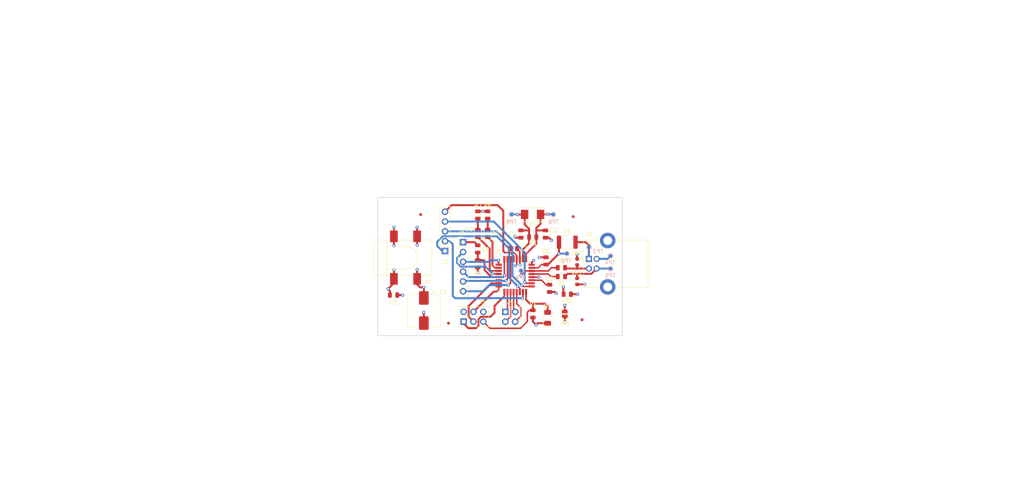
<source format=kicad_pcb>
(kicad_pcb (version 20241229) (generator "pcbnew") (generator_version "9.0")
  (title_block (date "2024-04-13") (rev "${REVISION}") (company "${COMPANY}"))
  (layers (0 "F.Cu" signal "L1 (Sig, PWR)") (4 "In1.Cu" power "L2 (GND)") (6 "In2.Cu" signal "L3 (Sig, PWR)") (8 "In3.Cu" signal "L4 (Sig, PWR)") (10 "In4.Cu" power "L5 (GND)") (2 "B.Cu" signal "L6 (Sig, PWR)") (13 "F.Paste" user) (15 "B.Paste" user) (5 "F.SilkS" user "F.Silkscreen") (7 "B.SilkS" user "B.Silkscreen") (1 "F.Mask" user) (3 "B.Mask" user) (25 "Edge.Cuts" user))
  (net 0 "")
  (net 1 "GND")
  (net 2 "/RESET2")
  (net 3 "Net-(D2-A)")
  (net 4 "/RXLED")
  (net 5 "Net-(D3-A)")
  (net 6 "/TXLED")
  (net 7 "Net-(J2-VBUS)")
  (net 8 "Net-(J2-Shield)")
  (net 9 "+5V")
  (net 10 "Net-(U1-XTAL1)")
  (net 11 "Net-(J2-D+)")
  (net 12 "Net-(J2-D-)")
  (net 13 "Net-(U1-PC0{slash}XTAL2)")
  (net 14 "Earth")
  (net 15 "Net-(U1-UCAP)")
  (net 16 "VBUS")
  (net 17 "Net-(J6-Pin_1)")
  (net 18 "/DTR")
  (net 19 "Net-(J3-Pin_4)")
  (net 20 "Net-(J3-Pin_3)")
  (net 21 "Net-(J3-Pin_2)")
  (net 22 "Net-(J3-Pin_1)")
  (net 23 "Net-(J3-Pin_5)")
  (net 24 "Net-(J4-Pin_2)")
  (net 25 "Net-(J4-Pin_1)")
  (net 26 "Net-(J4-Pin_4)")
  (net 27 "Net-(J4-Pin_3)")
  (net 28 "/MOSI2")
  (net 29 "/SCK2")
  (net 30 "/MISO2")
  (net 31 "Net-(J6-Pin_3)")
  (net 32 "Net-(J6-Pin_5)")
  (net 33 "Net-(J6-Pin_6)")
  (net 34 "Net-(J6-Pin_4)")
  (net 35 "Net-(J6-Pin_2)")
  (net 36 "Net-(U1-D+)")
  (net 37 "Net-(U1-D-)")
  (footprint "Capacitor_SMD:C_0805_2012Metric" (layer "F.Cu") (at 157.7956 94.8488 -90)
    (property "Reference" "C5")
    (property "Value" "1uF")
  )
  (footprint "Connector_BarrelJack:BarrelJack_CLIFF_FC681465S_SMT_Horizontal" (layer "F.Cu") (at 120.5736 86.8948)
    (property "Reference" "J1")
    (property "Value" "Barrel_Jack_Switch")
  )
  (footprint "Connector_PinHeader_2.54mm:PinHeader_1x05_P2.54mm_Vertical" (layer "F.Cu") (at 130.7736 85.1948 180)
    (property "Reference" "J3")
    (property "Value" "P1")
  )
  (footprint "Connector_PinHeader_2.54mm:PinHeader_1x06_P2.54mm_Vertical" (layer "F.Cu") (at 135.4436 82.9108)
    (property "Reference" "J6")
    (property "Value" "P2")
  )
  (footprint "Resistor_SMD:R_0603_1608Metric" (layer "F.Cu") (at 164.9076 88.0162 90)
    (property "Reference" "VR2")
    (property "Value" "CG0603MLC-05E")
  )
  (footprint "Connector_USB:USB_B_Lumberg_2411_02_Horizontal" (layer "F.Cu") (at 167.9556 87.2288)
    (property "Reference" "J2")
    (property "Value" "USB_B")
  )
  (footprint "Capacitor_SMD:C_0805_2012Metric" (layer "F.Cu") (at 139.2282 84.6634 90)
    (property "Reference" "C8")
    (property "Value" "100nF")
  )
  (footprint "Capacitor_SMD:C_0805_2012Metric" (layer "F.Cu") (at 117.4736 96.5948)
    (property "Reference" "C2")
    (property "Value" "100nF")
  )
  (footprint "Resistor_SMD:R_0805_2012Metric" (layer "F.Cu") (at 160.8436 91.8008)
    (property "Reference" "R1")
    (property "Value" "22R")
  )
  (footprint "Resistor_SMD:R_0805_2012Metric" (layer "F.Cu") (at 162.3676 96.3728 180)
    (property "Reference" "FB1")
    (property "Value" "BLM21PG221SN1D")
  )
  (footprint "Resistor_SMD:R_0805_2012Metric" (layer "F.Cu") (at 160.8436 89.5148)
    (property "Reference" "R2")
    (property "Value" "22R")
  )
  (footprint "Fiducial:Fiducial_0.75mm_Mask1.5mm" (layer "F.Cu") (at 124.4708 75.7734)
    (property "Reference" "FID3" (hide yes))
    (property "Value" "Fiducial")
  )
  (footprint "MountingHole:MountingHole_2.7mm_M2.5" (layer "F.Cu") (at 171.4736 75.1948)
    (property "Reference" "H4" (hide yes))
    (property "Value" "MountingHole")
  )
  (footprint "LED_SMD:LED_0805_2012Metric" (layer "F.Cu") (at 139.2536 80.6448 90)
    (property "Reference" "D3")
    (property "Value" "LED")
  )
  (footprint "Fiducial:Fiducial_0.75mm_Mask1.5mm" (layer "F.Cu") (at 166.1776 102.9768)
    (property "Reference" "FID2" (hide yes))
    (property "Value" "Fiducial")
  )
  (footprint "MountingHole:MountingHole_2.7mm_M2.5" (layer "F.Cu") (at 117.4736 102.6948)
    (property "Reference" "H2" (hide yes))
    (property "Value" "MountingHole")
  )
  (footprint "Capacitor_SMD:C_0805_2012Metric" (layer "F.Cu") (at 148.4484 84.5618)
    (property "Reference" "C7")
    (property "Value" "100nF")
  )
  (footprint "Resistor_SMD:R_0603_1608Metric" (layer "F.Cu") (at 164.9076 93.0453 -90)
    (property "Reference" "VR1")
    (property "Value" "CG0603MLC-05E")
  )
  (footprint "Jumper:SolderJumper-2_P1.3mm_Open_RoundedPad1.0x1.5mm" (layer "F.Cu") (at 161.7326 101.4782 -90)
    (property "Reference" "JP1")
    (property "Value" "SolderJumper_2_Open")
  )
  (footprint "Diode_SMD:D_1206_3216Metric" (layer "F.Cu") (at 157.2876 102.4688 90)
    (property "Reference" "D1")
    (property "Value" "CD1206-S01575")
  )
  (footprint "Resistor_SMD:R_0805_2012Metric" (layer "F.Cu") (at 153.4776 101.4528 90)
    (property "Reference" "R4")
    (property "Value" "10K")
  )
  (footprint "Capacitor_SMD:C_0805_2012Metric" (layer "F.Cu") (at 156.7336 80.8108 -90)
    (property "Reference" "C3")
    (property "Value" "22pF")
  )
  (footprint "MountingHole:MountingHole_2.7mm_M2.5" (layer "F.Cu") (at 117.4736 75.1948)
    (property "Reference" "H3" (hide yes))
    (property "Value" "MountingHole")
  )
  (footprint "Connector_PinHeader_2.54mm:PinHeader_2x03_P2.54mm_Vertical" (layer "F.Cu") (at 135.596 103.4594 90)
    (property "Reference" "J5")
    (property "Value" "ICSP1")
  )
  (footprint "Resistor_SMD:R_0805_2012Metric" (layer "F.Cu") (at 153.4316 81.5728 180)
    (property "Reference" "R3")
    (property "Value" "1M")
  )
  (footprint "Resistor_SMD:R_1812_4532Metric" (layer "F.Cu") (at 162.3676 82.9108)
    (property "Reference" "F1")
    (property "Value" "MF-MSMF050-2")
  )
  (footprint "MountingHole:MountingHole_2.7mm_M2.5" (layer "F.Cu") (at 171.4736 102.6948)
    (property "Reference" "H1" (hide yes))
    (property "Value" "MountingHole")
  )
  (footprint "Connector_PinHeader_2.54mm:PinHeader_2x02_P2.54mm_Vertical" (layer "F.Cu") (at 146.3656 100.9448)
    (property "Reference" "J4")
    (property "Value" "2x2M")
  )
  (footprint "Resistor_SMD:R_0805_2012Metric" (layer "F.Cu") (at 139.2282 88.4988 -90)
    (property "Reference" "R5")
    (property "Value" "1K")
  )
  (footprint "LED_SMD:LED_0805_2012Metric" (layer "F.Cu") (at 141.7936 80.6448 90)
    (property "Reference" "D2")
    (property "Value" "LED")
  )
  (footprint "Resistor_SMD:R_0805_2012Metric" (layer "F.Cu") (at 141.7936 75.8696 -90)
    (property "Reference" "R6")
    (property "Value" "1K")
  )
  (footprint "Crystal:Crystal_SMD_Abracon_ABM3-2Pin_5.0x3.2mm" (layer "F.Cu") (at 153.4014 75.7226 180)
    (property "Reference" "Y1")
    (property "Value" "16MHz")
  )
  (footprint "Resistor_SMD:R_0805_2012Metric" (layer "F.Cu") (at 139.2536 75.8696 -90)
    (property "Reference" "R7")
    (property "Value" "1K")
  )
  (footprint "Package_QFP:TQFP-32_7x7mm_P0.8mm" (layer "F.Cu") (at 148.9056 91.5468 -90)
    (property "Reference" "U1")
    (property "Value" "ATmega8U2-AU")
  )
  (footprint "Capacitor_SMD:CP_Elec_8x10" (layer "F.Cu") (at 125.309 100.5892 -90)
    (property "Reference" "C1")
    (property "Value" "47uF")
  )
  (footprint "Capacitor_SMD:C_0805_2012Metric" (layer "F.Cu") (at 150.3836 80.8108 -90)
    (property "Reference" "C4")
    (property "Value" "22pF")
  )
  (footprint "Fiducial:Fiducial_0.75mm_Mask1.5mm" (layer "F.Cu") (at 163.8916 76.3068)
    (property "Reference" "FID1" (hide yes))
    (property "Value" "Fiducial")
  )
  (footprint "Capacitor_SMD:C_0805_2012Metric" (layer "F.Cu") (at 156.8558 87.7622 90)
    (property "Reference" "C6")
    (property "Value" "100nF")
  )
  (footprint "Fiducial:Fiducial_0.75mm_Mask1.5mm" (layer "F.Cu") (at 131.6844 103.8658)
    (property "Reference" "FID4" (hide yes))
    (property "Value" "Fiducial")
  )
  (footprint "TestPoint:TestPoint_Pad_D1.0mm" (layer "B.Cu") (at 167.9556 84.1808)
    (property "Reference" "TP3")
    (property "Value" "TestPoint")
  )
  (footprint "TestPoint:TestPoint_Pad_D1.0mm" (layer "B.Cu") (at 162.266 85.8572)
    (property "Reference" "TP2")
    (property "Value" "TestPoint")
  )
  (footprint "TestPoint:TestPoint_Pad_D1.0mm" (layer "B.Cu") (at 158.7608 75.748)
    (property "Reference" "TP6")
    (property "Value" "TestPoint")
  )
  (footprint "TestPoint:TestPoint_Pad_D1.0mm" (layer "B.Cu") (at 173.5436 89.7688)
    (property "Reference" "TP5")
    (property "Value" "TestPoint")
  )
  (footprint "TestPoint:TestPoint_Pad_D1.0mm" (layer "B.Cu") (at 147.9658 75.7226)
    (property "Reference" "TP8")
    (property "Value" "TestPoint")
  )
  (footprint "TestPoint:TestPoint_Pad_D1.0mm" (layer "B.Cu") (at 150.4296 90.2768)
    (property "Reference" "TP9")
    (property "Value" "TestPoint")
  )
  (footprint "TestPoint:TestPoint_Pad_D1.0mm" (layer "B.Cu") (at 173.5436 86.4668)
    (property "Reference" "TP4")
    (property "Value" "TestPoint")
  )
  (gr_rect (start 113.39 71.33) (end 176.59 107.09) (stroke (width 0.15)) (fill no) (layer "Edge.Cuts"))
  (segment (start 118.4111 96.5948) (end 119.816 96.5948) (width 0.508) (layer "F.Cu") (net 1))
  (segment (start 117.5736 79.0384) (end 117.5874 79.0246) (width 0.508) (layer "F.Cu") (net 1))
  (segment (start 123.5736 81.3948) (end 123.5736 83.6392) (width 0.508) (layer "F.Cu") (net 1))
  (segment (start 150.1056 85.2815) (end 149.3859 84.5618) (width 0.381) (layer "F.Cu") (net 1))
  (segment (start 123.5736 81.3948) (end 123.5736 79.0926) (width 0.508) (layer "F.Cu") (net 1))
  (segment (start 117.5736 83.8136) (end 117.562 83.8252) (width 0.508) (layer "F.Cu") (net 1))
  (segment (start 139.2282 90.6832) (end 139.3044 90.7594) (width 0.508) (layer "F.Cu") (net 1))
  (segment (start 150.1056 87.2968) (end 150.1056 85.2815) (width 0.381) (layer "F.Cu") (net 1))
  (segment (start 149.0893 81.7483) (end 148.8294 81.4884) (width 0.508) (layer "F.Cu") (net 1))
  (segment (start 156.7336 81.7483) (end 157.5983 81.7483) (width 0.508) (layer "F.Cu") (net 1))
  (segment (start 150.3836 81.7483) (end 149.0893 81.7483) (width 0.508) (layer "F.Cu") (net 1))
  (segment (start 125.309 103.8392) (end 125.309 101.0718) (width 0.508) (layer "F.Cu") (net 1))
  (segment (start 157.5983 81.7483) (end 158.3036 82.4536) (width 0.508) (layer "F.Cu") (net 1))
  (segment (start 123.5736 79.0926) (end 123.5564 79.0754) (width 0.508) (layer "F.Cu") (net 1))
  (segment (start 150.1056 87.2968) (end 150.1056 88.7082) (width 0.381) (layer "F.Cu") (net 1))
  (segment (start 117.5736 81.3948) (end 117.5736 79.0384) (width 0.508) (layer "F.Cu") (net 1))
  (segment (start 125.309 101.0718) (end 125.2836 101.0464) (width 0.508) (layer "F.Cu") (net 1))
  (segment (start 150.1056 88.7082) (end 150.1502 88.7528) (width 0.381) (layer "F.Cu") (net 1))
  (segment (start 161.7326 102.1282) (end 161.7326 103.6372) (width 0.508) (layer "F.Cu") (net 1))
  (segment (start 119.816 96.5948) (end 119.8226 96.6014) (width 0.508) (layer "F.Cu") (net 1))
  (segment (start 139.2282 89.4363) (end 139.2282 90.6832) (width 0.508) (layer "F.Cu") (net 1))
  (segment (start 123.5736 83.6392) (end 123.5818 83.6474) (width 0.508) (layer "F.Cu") (net 1))
  (segment (start 117.5736 81.3948) (end 117.5736 83.8136) (width 0.508) (layer "F.Cu") (net 1))
  (via (at 150.1502 88.7528) (size 0.8) (drill 0.4) (layers "F.Cu" "B.Cu") (net 1))
  (via (at 158.3036 82.4536) (size 0.8) (drill 0.4) (layers "F.Cu" "B.Cu") (net 1))
  (via (at 123.5564 79.0754) (size 0.8) (drill 0.4) (layers "F.Cu" "B.Cu") (net 1))
  (via (at 117.562 83.8252) (size 0.8) (drill 0.4) (layers "F.Cu" "B.Cu") (net 1))
  (via (at 139.3044 90.7594) (size 0.8) (drill 0.4) (layers "F.Cu" "B.Cu") (net 1))
  (via (at 117.5874 79.0246) (size 0.8) (drill 0.4) (layers "F.Cu" "B.Cu") (net 1))
  (via (at 119.8226 96.6014) (size 0.8) (drill 0.4) (layers "F.Cu" "B.Cu") (net 1))
  (via (at 161.7326 103.6372) (size 0.8) (drill 0.4) (layers "F.Cu" "B.Cu") (net 1))
  (via (at 125.2836 101.0464) (size 0.8) (drill 0.4) (layers "F.Cu" "B.Cu") (net 1))
  (via (at 123.5818 83.6474) (size 0.8) (drill 0.4) (layers "F.Cu" "B.Cu") (net 1))
  (via (at 148.8294 81.4884) (size 0.8) (drill 0.4) (layers "F.Cu" "B.Cu") (net 1))
  (segment (start 157.2876 99.4716) (end 156.6526 98.8366) (width 0.508) (layer "F.Cu") (net 2))
  (segment (start 142.4032 105.1866) (end 150.2772 105.1866) (width 0.381) (layer "F.Cu") (net 2))
  (segment (start 153.63 98.8366) (end 153.4776 98.989) (width 0.508) (layer "F.Cu") (net 2))
  (segment (start 151.7056 97.7892) (end 151.7056 95.7968) (width 0.381) (layer "F.Cu") (net 2))
  (segment (start 150.2772 105.1866) (end 152.0552 103.4086) (width 0.381) (layer "F.Cu") (net 2))
  (segment (start 156.6526 98.8366) (end 153.63 98.8366) (width 0.508) (layer "F.Cu") (net 2))
  (segment (start 151.6996 97.7952) (end 151.7056 97.7892) (width 0.381) (layer "F.Cu") (net 2))
  (segment (start 140.676 103.4594) (end 142.4032 105.1866) (width 0.381) (layer "F.Cu") (net 2))
  (segment (start 153.4776 98.989) (end 153.4776 100.5153) (width 0.508) (layer "F.Cu") (net 2))
  (segment (start 157.2876 101.0688) (end 157.2876 99.4716) (width 0.508) (layer "F.Cu") (net 2))
  (segment (start 152.5863 100.5153) (end 153.4776 100.5153) (width 0.381) (layer "F.Cu") (net 2))
  (segment (start 152.0552 101.0464) (end 152.5863 100.5153) (width 0.381) (layer "F.Cu") (net 2))
  (segment (start 153.63 98.8366) (end 152.741 98.8366) (width 0.508) (layer "F.Cu") (net 2))
  (segment (start 152.741 98.8366) (end 151.6996 97.7952) (width 0.508) (layer "F.Cu") (net 2))
  (segment (start 152.0552 103.4086) (end 152.0552 101.0464) (width 0.381) (layer "F.Cu") (net 2))
  (segment (start 141.7936 76.8071) (end 141.7936 79.7073) (width 0.508) (layer "F.Cu") (net 3))
  (segment (start 143.0382 88.935922) (end 143.0382 82.8269) (width 0.508) (layer "F.Cu") (net 4))
  (segment (start 143.0382 82.8269) (end 141.7936 81.5823) (width 0.508) (layer "F.Cu") (net 4))
  (segment (start 143.649078 89.5468) (end 143.0382 88.935922) (width 0.381) (layer "F.Cu") (net 4))
  (segment (start 144.6556 89.5468) (end 143.649078 89.5468) (width 0.381) (layer "F.Cu") (net 4))
  (segment (start 139.2536 76.8071) (end 139.2536 79.7073) (width 0.508) (layer "F.Cu") (net 5))
  (segment (start 139.2536 81.5823) (end 142.327 84.6557) (width 0.508) (layer "F.Cu") (net 6))
  (segment (start 144.6364 90.3276) (end 144.6556 90.3468) (width 0.381) (layer "F.Cu") (net 6))
  (segment (start 142.327 84.6557) (end 142.327 90.099) (width 0.508) (layer "F.Cu") (net 6))
  (segment (start 142.327 90.099) (end 142.5556 90.3276) (width 0.508) (layer "F.Cu") (net 6))
  (segment (start 142.5556 90.3276) (end 144.6364 90.3276) (width 0.381) (layer "F.Cu") (net 6))
  (segment (start 167.9556 87.2288) (end 167.9556 83.7236) (width 0.508) (layer "F.Cu") (net 7))
  (segment (start 167.1428 82.9108) (end 164.5051 82.9108) (width 0.508) (layer "F.Cu") (net 7))
  (segment (start 167.9556 83.7236) (end 167.1428 82.9108) (width 0.508) (layer "F.Cu") (net 7))
  (segment (start 167.9556 87.2288) (end 167.9556 84.1808) (width 0.508) (layer "B.Cu") (net 7))
  (segment (start 164.9076 87.4573) (end 164.9076 86.1366) (width 0.508) (layer "F.Cu") (net 8))
  (segment (start 163.3051 96.3728) (end 165.0346 96.3728) (width 0.508) (layer "F.Cu") (net 8))
  (segment (start 164.9076 86.1366) (end 164.933 86.1112) (width 0.508) (layer "F.Cu") (net 8))
  (segment (start 164.9076 93.8328) (end 166.8634 93.8328) (width 0.508) (layer "F.Cu") (net 8))
  (via (at 166.8634 93.8328) (size 0.8) (drill 0.4) (layers "F.Cu" "B.Cu") (net 8))
  (via (at 164.933 86.1112) (size 0.8) (drill 0.4) (layers "F.Cu" "B.Cu") (net 8))
  (via (at 165.0346 96.3728) (size 0.8) (drill 0.4) (layers "F.Cu" "B.Cu") (net 8))
  (segment (start 123.5736 90.0056) (end 123.5818 89.9974) (width 0.508) (layer "F.Cu") (net 9))
  (segment (start 139.2536 74.9321) (end 140.4951 74.9321) (width 0.508) (layer "F.Cu") (net 9))
  (segment (start 149.3056 87.2968) (end 149.3056 86.3565) (width 0.381) (layer "F.Cu") (net 9))
  (segment (start 117.5736 92.3948) (end 117.5736 93.491) (width 0.508) (layer "F.Cu") (net 9))
  (segment (start 153.1556 88.1604) (end 153.6554 87.6606) (width 0.508) (layer "F.Cu") (net 9))
  (segment (start 154.7446 103.8688) (end 154.3158 104.2976) (width 0.508) (layer "F.Cu") (net 9))
  (segment (start 140.5013 74.9321) (end 140.4982 74.9352) (width 0.508) (layer "F.Cu") (net 9))
  (segment (start 116.5361 95.5247) (end 116.038 95.0266) (width 0.508) (layer "F.Cu") (net 9))
  (segment (start 153.4776 102.3903) (end 153.4776 103.4594) (width 0.508) (layer "F.Cu") (net 9))
  (segment (start 117.5736 90.1382) (end 117.6128 90.099) (width 0.508) (layer "F.Cu") (net 9))
  (segment (start 141.7936 74.9321) (end 140.5013 74.9321) (width 0.508) (layer "F.Cu") (net 9))
  (segment (start 123.5736 92.3948) (end 123.5736 90.0056) (width 0.508) (layer "F.Cu") (net 9))
  (segment (start 153.1556 88.7468) (end 153.1556 88.1604) (width 0.508) (layer "F.Cu") (net 9))
  (segment (start 117.5736 92.3948) (end 117.5736 90.1382) (width 0.508) (layer "F.Cu") (net 9))
  (segment (start 153.4776 103.4594) (end 154.3158 104.2976) (width 0.508) (layer "F.Cu") (net 9))
  (segment (start 116.5361 96.5948) (end 116.5361 95.5247) (width 0.508) (layer "F.Cu") (net 9))
  (segment (start 149.3056 87.2968) (end 149.3056 88.683) (width 0.381) (layer "F.Cu") (net 9))
  (segment (start 140.4951 74.9321) (end 140.4982 74.9352) (width 0.508) (layer "F.Cu") (net 9))
  (segment (start 123.5736 92.3948) (end 123.5736 93.8246) (width 0.508) (layer "F.Cu") (net 9))
  (segment (start 149.3056 86.3565) (end 147.5109 84.5618) (width 0.381) (layer "F.Cu") (net 9))
  (segment (start 124.3438 94.5948) (end 125.309 94.5948) (width 0.508) (layer "F.Cu") (net 9))
  (segment (start 117.5736 93.491) (end 116.038 95.0266) (width 0.508) (layer "F.Cu") (net 9))
  (segment (start 149.3056 88.683) (end 149.0072 88.9814) (width 0.381) (layer "F.Cu") (net 9))
  (segment (start 123.5736 93.8246) (end 124.3438 94.5948) (width 0.508) (layer "F.Cu") (net 9))
  (segment (start 125.309 97.3392) (end 125.309 94.5948) (width 0.508) (layer "F.Cu") (net 9))
  (segment (start 157.2876 103.8688) (end 154.7446 103.8688) (width 0.508) (layer "F.Cu") (net 9))
  (via (at 153.6554 87.6606) (size 0.8) (drill 0.4) (layers "F.Cu" "B.Cu") (net 9))
  (via (at 117.6128 90.099) (size 0.8) (drill 0.4) (layers "F.Cu" "B.Cu") (net 9))
  (via (at 154.3158 104.2976) (size 0.8) (drill 0.4) (layers "F.Cu" "B.Cu") (net 9))
  (via (at 123.5818 89.9974) (size 0.8) (drill 0.4) (layers "F.Cu" "B.Cu") (net 9))
  (via (at 140.4982 74.9352) (size 0.8) (drill 0.4) (layers "F.Cu" "B.Cu") (net 9))
  (via (at 125.309 94.5948) (size 0.8) (drill 0.4) (layers "F.Cu" "B.Cu") (net 9))
  (via (at 116.038 95.0266) (size 0.8) (drill 0.4) (layers "F.Cu" "B.Cu") (net 9))
  (via (at 149.0072 88.9814) (size 0.8) (drill 0.4) (layers "F.Cu" "B.Cu") (net 9))
  (segment (start 155.4514 75.7226) (end 157.2114 75.7226) (width 0.508) (layer "F.Cu") (net 10))
  (segment (start 157.2114 75.7226) (end 157.2368 75.6972) (width 0.508) (layer "F.Cu") (net 10))
  (segment (start 154.3691 79.8145) (end 154.3691 79.2507) (width 0.508) (layer "F.Cu") (net 10))
  (segment (start 152.5124 85.1714) (end 154.3691 83.3147) (width 0.508) (layer "F.Cu") (net 10))
  (segment (start 155.4514 78.1684) (end 155.4514 75.7226) (width 0.508) (layer "F.Cu") (net 10))
  (segment (start 151.7056 85.9782) (end 152.5124 85.1714) (width 0.381) (layer "F.Cu") (net 10))
  (segment (start 156.7336 79.8733) (end 154.4279 79.8733) (width 0.508) (layer "F.Cu") (net 10))
  (segment (start 151.7056 87.2968) (end 151.7056 85.9782) (width 0.381) (layer "F.Cu") (net 10))
  (segment (start 154.4279 79.8733) (end 154.3691 79.8145) (width 0.508) (layer "F.Cu") (net 10))
  (segment (start 154.3691 83.3147) (end 154.3691 81.5728) (width 0.508) (layer "F.Cu") (net 10))
  (segment (start 154.3691 79.2507) (end 155.4514 78.1684) (width 0.508) (layer "F.Cu") (net 10))
  (segment (start 154.3691 81.5728) (end 154.3691 79.8145) (width 0.508) (layer "F.Cu") (net 10))
  (via (at 157.2368 75.6972) (size 0.8) (drill 0.4) (layers "F.Cu" "B.Cu") (net 10))
  (segment (start 158.71 75.6972) (end 158.7608 75.748) (width 0.508) (layer "B.Cu") (net 10))
  (segment (start 157.2368 75.6972) (end 158.71 75.6972) (width 0.508) (layer "B.Cu") (net 10))
  (segment (start 164.9076 91.2166) (end 164.7806 91.0896) (width 0.508) (layer "F.Cu") (net 11))
  (segment (start 169.9556 89.7288) (end 168.5948 91.0896) (width 0.508) (layer "F.Cu") (net 11))
  (segment (start 164.9076 92.2578) (end 164.9076 91.2166) (width 0.508) (layer "F.Cu") (net 11))
  (segment (start 162.4923 91.0896) (end 161.7811 91.8008) (width 0.508) (layer "F.Cu") (net 11))
  (segment (start 168.5948 91.0896) (end 164.7806 91.0896) (width 0.508) (layer "F.Cu") (net 11))
  (segment (start 164.7806 91.0896) (end 162.4923 91.0896) (width 0.508) (layer "F.Cu") (net 11))
  (segment (start 169.9556 89.7288) (end 173.5036 89.7288) (width 0.508) (layer "B.Cu") (net 11))
  (segment (start 173.5036 89.7288) (end 173.5436 89.7688) (width 0.508) (layer "B.Cu") (net 11))
  (segment (start 161.9951 89.7288) (end 161.7811 89.5148) (width 0.508) (layer "F.Cu") (net 12))
  (segment (start 164.9076 88.8037) (end 164.9076 89.6634) (width 0.508) (layer "F.Cu") (net 12))
  (segment (start 167.9556 89.7288) (end 164.8422 89.7288) (width 0.508) (layer "F.Cu") (net 12))
  (segment (start 164.9076 89.6634) (end 164.8422 89.7288) (width 0.508) (layer "F.Cu") (net 12))
  (segment (start 164.8422 89.7288) (end 161.9951 89.7288) (width 0.508) (layer "F.Cu") (net 12))
  (segment (start 151.3006 75.7734) (end 151.3514 75.7226) (width 0.508) (layer "F.Cu") (net 13))
  (segment (start 152.3495 79.8733) (end 152.4941 79.7287) (width 0.508) (layer "F.Cu") (net 13))
  (segment (start 151.3514 78.3208) (end 151.3514 75.7226) (width 0.508) (layer "F.Cu") (net 13))
  (segment (start 149.5152 75.7734) (end 151.3006 75.7734) (width 0.508) (layer "F.Cu") (net 13))
  (segment (start 152.4941 81.5728) (end 152.4941 79.7287) (width 0.508) (layer "F.Cu") (net 13))
  (segment (start 152.4941 79.7287) (end 152.4941 79.4635) (width 0.508) (layer "F.Cu") (net 13))
  (segment (start 150.3836 79.8733) (end 152.3495 79.8733) (width 0.508) (layer "F.Cu") (net 13))
  (segment (start 152.4941 79.4635) (end 151.3514 78.3208) (width 0.508) (layer "F.Cu") (net 13))
  (segment (start 152.4941 81.5728) (end 152.4941 83.2085) (width 0.508) (layer "F.Cu") (net 13))
  (segment (start 150.9122 84.7904) (end 150.9056 84.797) (width 0.381) (layer "F.Cu") (net 13))
  (segment (start 152.4941 83.2085) (end 150.9122 84.7904) (width 0.508) (layer "F.Cu") (net 13))
  (segment (start 150.9056 84.797) (end 150.9056 87.2968) (width 0.381) (layer "F.Cu") (net 13))
  (via (at 149.5152 75.7734) (size 0.8) (drill 0.4) (layers "F.Cu" "B.Cu") (net 13))
  (segment (start 149.4644 75.7226) (end 149.5152 75.7734) (width 0.508) (layer "B.Cu") (net 13))
  (segment (start 147.9658 75.7226) (end 149.4644 75.7226) (width 0.508) (layer "B.Cu") (net 13))
  (segment (start 159.1649 95.7863) (end 159.5228 96.1442) (width 0.508) (layer "F.Cu") (net 14))
  (segment (start 156.8558 86.8247) (end 155.1771 86.8247) (width 0.508) (layer "F.Cu") (net 14))
  (segment (start 161.7326 99.243) (end 161.7072 99.2176) (width 0.508) (layer "F.Cu") (net 14))
  (segment (start 155.008 91.9468) (end 155.027 91.9278) (width 0.381) (layer "F.Cu") (net 14))
  (segment (start 161.7326 100.8282) (end 161.7326 99.243) (width 0.508) (layer "F.Cu") (net 14))
  (segment (start 153.1556 91.9468) (end 155.008 91.9468) (width 0.381) (layer "F.Cu") (net 14))
  (segment (start 161.3516 94.4678) (end 161.3516 96.2943) (width 0.508) (layer "F.Cu") (net 14))
  (segment (start 157.7956 95.7863) (end 159.1649 95.7863) (width 0.508) (layer "F.Cu") (net 14))
  (segment (start 161.3516 96.2943) (end 161.4301 96.3728) (width 0.508) (layer "F.Cu") (net 14))
  (segment (start 155.1771 86.8247) (end 155.154 86.8478) (width 0.508) (layer "F.Cu") (net 14))
  (via (at 155.027 91.9278) (size 0.8) (drill 0.4) (layers "F.Cu" "B.Cu") (net 14))
  (via (at 155.154 86.8478) (size 0.8) (drill 0.4) (layers "F.Cu" "B.Cu") (net 14))
  (via (at 161.3516 94.4678) (size 0.8) (drill 0.4) (layers "F.Cu" "B.Cu") (net 14))
  (via (at 161.7072 99.2176) (size 0.8) (drill 0.4) (layers "F.Cu" "B.Cu") (net 14))
  (via (at 159.5228 96.1442) (size 0.8) (drill 0.4) (layers "F.Cu" "B.Cu") (net 14))
  (segment (start 169.9556 87.2288) (end 172.7816 87.2288) (width 0.508) (layer "B.Cu") (net 14))
  (segment (start 172.7816 87.2288) (end 173.5436 86.4668) (width 0.508) (layer "B.Cu") (net 14))
  (segment (start 153.1556 92.7468) (end 155.719 92.7468) (width 0.381) (layer "F.Cu") (net 15))
  (segment (start 155.719 92.7468) (end 156.8835 93.9113) (width 0.381) (layer "F.Cu") (net 15))
  (segment (start 156.8835 93.9113) (end 157.7956 93.9113) (width 0.381) (layer "F.Cu") (net 15))
  (segment (start 157.3661 88.6997) (end 160.2086 85.8572) (width 0.508) (layer "F.Cu") (net 16))
  (segment (start 154.8426 89.5468) (end 155.6897 88.6997) (width 0.381) (layer "F.Cu") (net 16))
  (segment (start 160.2301 82.9108) (end 160.2301 85.8357) (width 0.508) (layer "F.Cu") (net 16))
  (segment (start 156.8558 88.6997) (end 157.3661 88.6997) (width 0.508) (layer "F.Cu") (net 16))
  (segment (start 153.1556 89.5468) (end 154.8426 89.5468) (width 0.381) (layer "F.Cu") (net 16))
  (segment (start 155.6897 88.6997) (end 156.8558 88.6997) (width 0.381) (layer "F.Cu") (net 16))
  (segment (start 160.2301 85.8357) (end 160.2086 85.8572) (width 0.508) (layer "F.Cu") (net 16))
  (via (at 160.2086 85.8572) (size 0.8) (drill 0.4) (layers "F.Cu" "B.Cu") (net 16))
  (segment (start 160.2086 85.8572) (end 162.266 85.8572) (width 0.508) (layer "B.Cu") (net 16))
  (segment (start 138.4131 82.9108) (end 139.2282 83.7259) (width 0.508) (layer "F.Cu") (net 17))
  (segment (start 135.4436 82.9108) (end 138.4131 82.9108) (width 0.508) (layer "F.Cu") (net 17))
  (segment (start 140.7545 87.5613) (end 139.2282 87.5613) (width 0.508) (layer "F.Cu") (net 18))
  (segment (start 139.2282 85.6009) (end 139.2282 87.5613) (width 0.508) (layer "F.Cu") (net 18))
  (segment (start 142.2508 91.407) (end 142.2508 91.369) (width 0.508) (layer "F.Cu") (net 18))
  (segment (start 144.6556 91.9468) (end 142.7906 91.9468) (width 0.381) (layer "F.Cu") (net 18))
  (segment (start 140.9808 90.099) (end 140.9808 87.7876) (width 0.508) (layer "F.Cu") (net 18))
  (segment (start 142.7906 91.9468) (end 142.2508 91.407) (width 0.508) (layer "F.Cu") (net 18))
  (segment (start 140.9808 87.7876) (end 140.7545 87.5613) (width 0.508) (layer "F.Cu") (net 18))
  (segment (start 142.2508 91.369) (end 140.9808 90.099) (width 0.508) (layer "F.Cu") (net 18))
  (segment (start 153.1556 93.5468) (end 151.6676 93.5468) (width 0.381) (layer "F.Cu") (net 19))
  (segment (start 151.6676 93.5468) (end 151.3694 93.2486) (width 0.381) (layer "F.Cu") (net 19))
  (via (at 151.3694 93.2486) (size 0.8) (drill 0.4) (layers "F.Cu" "B.Cu") (net 19))
  (segment (start 130.7736 77.5748) (end 143.3664 77.5748) (width 0.508) (layer "B.Cu") (net 19))
  (segment (start 151.3694 85.5778) (end 151.3694 93.2486) (width 0.508) (layer "B.Cu") (net 19))
  (segment (start 143.3664 77.5748) (end 151.3694 85.5778) (width 0.508) (layer "B.Cu") (net 19))
  (segment (start 150.8928 94.3468) (end 150.6328 94.0868) (width 0.381) (layer "F.Cu") (net 20))
  (segment (start 153.1556 94.3468) (end 150.8928 94.3468) (width 0.381) (layer "F.Cu") (net 20))
  (via (at 150.6328 94.0868) (size 0.8) (drill 0.4) (layers "F.Cu" "B.Cu") (net 20))
  (segment (start 144.103 80.1148) (end 148.1944 84.2062) (width 0.508) (layer "B.Cu") (net 20))
  (segment (start 148.1944 84.2062) (end 148.1944 91.6484) (width 0.508) (layer "B.Cu") (net 20))
  (segment (start 130.7736 80.1148) (end 144.103 80.1148) (width 0.508) (layer "B.Cu") (net 20))
  (segment (start 148.1944 91.6484) (end 150.6328 94.0868) (width 0.508) (layer "B.Cu") (net 20))
  (segment (start 150.9056 97.243) (end 150.7598 97.3888) (width 0.381) (layer "F.Cu") (net 21))
  (segment (start 150.9056 95.7968) (end 150.9056 97.243) (width 0.381) (layer "F.Cu") (net 21))
  (via (at 150.7598 97.3888) (size 0.8) (drill 0.4) (layers "F.Cu" "B.Cu") (net 21))
  (segment (start 139.781726 97.4142) (end 133.4116 97.4142) (width 0.508) (layer "B.Cu") (net 21))
  (segment (start 132.7766 96.7792) (end 132.7766 83.4442) (width 0.508) (layer "B.Cu") (net 21))
  (segment (start 139.807126 97.3888) (end 139.781726 97.4142) (width 0.508) (layer "B.Cu") (net 21))
  (segment (start 133.4116 97.4142) (end 132.7766 96.7792) (width 0.508) (layer "B.Cu") (net 21))
  (segment (start 132.7766 83.4442) (end 131.9872 82.6548) (width 0.508) (layer "B.Cu") (net 21))
  (segment (start 150.7598 97.3888) (end 139.807126 97.3888) (width 0.508) (layer "B.Cu") (net 21))
  (segment (start 131.9872 82.6548) (end 130.7736 82.6548) (width 0.508) (layer "B.Cu") (net 21))
  (segment (start 150.1056 95.7968) (end 150.1056 94.855) (width 0.381) (layer "F.Cu") (net 22))
  (segment (start 150.1056 94.855) (end 149.5406 94.29) (width 0.381) (layer "F.Cu") (net 22))
  (via (at 149.5406 94.29) (size 0.8) (drill 0.4) (layers "F.Cu" "B.Cu") (net 22))
  (segment (start 128.7634 83.9014) (end 128.7634 82.805526) (width 0.508) (layer "B.Cu") (net 22))
  (segment (start 130.0568 85.1948) (end 128.7634 83.9014) (width 0.508) (layer "B.Cu") (net 22))
  (segment (start 128.7634 82.805526) (end 130.170527 81.398399) (width 0.508) (layer "B.Cu") (net 22))
  (segment (start 147.3562 92.1056) (end 149.5406 94.29) (width 0.508) (layer "B.Cu") (net 22))
  (segment (start 130.170527 81.398399) (end 144.167399 81.398399) (width 0.508) (layer "B.Cu") (net 22))
  (segment (start 130.7736 85.1948) (end 130.0568 85.1948) (width 0.508) (layer "B.Cu") (net 22))
  (segment (start 147.3562 84.5872) (end 147.3562 92.1056) (width 0.508) (layer "B.Cu") (net 22))
  (segment (start 144.167399 81.398399) (end 147.3562 84.5872) (width 0.508) (layer "B.Cu") (net 22))
  (segment (start 145.8322 85.2222) (end 145.8322 74.8082) (width 0.508) (layer "F.Cu") (net 23))
  (segment (start 148.5056 87.2968) (end 148.5056 86.4478) (width 0.381) (layer "F.Cu") (net 23))
  (segment (start 146.21471 85.60471) (end 145.8322 85.2222) (width 0.508) (layer "F.Cu") (net 23))
  (segment (start 147.66251 85.60471) (end 146.21471 85.60471) (width 0.381) (layer "F.Cu") (net 23))
  (segment (start 132.4734 73.335) (end 130.7736 75.0348) (width 0.508) (layer "F.Cu") (net 23))
  (segment (start 145.8322 74.8082) (end 144.359 73.335) (width 0.508) (layer "F.Cu") (net 23))
  (segment (start 144.359 73.335) (end 132.4734 73.335) (width 0.508) (layer "F.Cu") (net 23))
  (segment (start 148.5056 86.4478) (end 147.66251 85.60471) (width 0.381) (layer "F.Cu") (net 23))
  (segment (start 148.5056 95.7968) (end 148.5056 100.5448) (width 0.381) (layer "F.Cu") (net 24))
  (segment (start 148.5056 100.5448) (end 148.9056 100.9448) (width 0.381) (layer "F.Cu") (net 24))
  (segment (start 146.9056 100.4048) (end 146.3656 100.9448) (width 0.381) (layer "F.Cu") (net 25))
  (segment (start 146.9056 95.7968) (end 146.9056 100.4048) (width 0.381) (layer "F.Cu") (net 25))
  (segment (start 149.3056 95.7968) (end 149.3056 98.8302) (width 0.381) (layer "F.Cu") (net 26))
  (segment (start 149.3056 98.8302) (end 150.3534 99.878) (width 0.381) (layer "F.Cu") (net 26))
  (segment (start 150.3534 102.037) (end 148.9056 103.4848) (width 0.381) (layer "F.Cu") (net 26))
  (segment (start 150.3534 99.878) (end 150.3534 102.037) (width 0.381) (layer "F.Cu") (net 26))
  (segment (start 147.7056 95.7968) (end 147.7056 102.1448) (width 0.381) (layer "F.Cu") (net 27))
  (segment (start 147.7056 102.1448) (end 146.3656 103.4848) (width 0.381) (layer "F.Cu") (net 27))
  (segment (start 144.1304 95.687) (end 144.6556 95.1618) (width 0.381) (layer "F.Cu") (net 28))
  (segment (start 144.6556 95.1618) (end 144.6556 94.3468) (width 0.381) (layer "F.Cu") (net 28))
  (segment (start 143.3684 95.687) (end 144.1304 95.687) (width 0.508) (layer "F.Cu") (net 28))
  (segment (start 138.136 100.9194) (end 143.3684 95.687) (width 0.508) (layer "F.Cu") (net 28))
  (segment (start 142.7588 93.5534) (end 142.7842 93.5534) (width 0.508) (layer "F.Cu") (net 29))
  (segment (start 136.879599 102.202999) (end 136.879599 99.432601) (width 0.508) (layer "F.Cu") (net 29))
  (segment (start 143.0636 93.5534) (end 143.0702 93.5468) (width 0.381) (layer "F.Cu") (net 29))
  (segment (start 138.136 103.4594) (end 136.879599 102.202999) (width 0.508) (layer "F.Cu") (net 29))
  (segment (start 143.0702 93.5468) (end 144.6556 93.5468) (width 0.381) (layer "F.Cu") (net 29))
  (segment (start 136.879599 99.432601) (end 142.7588 93.5534) (width 0.508) (layer "F.Cu") (net 29))
  (segment (start 142.7842 93.5534) (end 143.0636 93.5534) (width 0.381) (layer "F.Cu") (net 29))
  (segment (start 139.419599 102.856327) (end 140.072927 102.202999) (width 0.508) (layer "F.Cu") (net 30))
  (segment (start 145.4258 97.5158) (end 146.1056 96.836) (width 0.381) (layer "F.Cu") (net 30))
  (segment (start 142.518399 102.202999) (end 143.5716 101.149798) (width 0.508) (layer "F.Cu") (net 30))
  (segment (start 136.8152 105.1612) (end 138.7456 105.1612) (width 0.508) (layer "F.Cu") (net 30))
  (segment (start 138.7456 105.1612) (end 139.419599 104.487201) (width 0.508) (layer "F.Cu") (net 30))
  (segment (start 135.596 103.4594) (end 135.596 103.942) (width 0.508) (layer "F.Cu") (net 30))
  (segment (start 135.596 103.942) (end 136.8152 105.1612) (width 0.508) (layer "F.Cu") (net 30))
  (segment (start 146.1056 96.836) (end 146.1056 95.7968) (width 0.381) (layer "F.Cu") (net 30))
  (segment (start 145.4258 97.5412) (end 145.4258 97.5158) (width 0.508) (layer "F.Cu") (net 30))
  (segment (start 143.5716 99.3954) (end 145.4258 97.5412) (width 0.508) (layer "F.Cu") (net 30))
  (segment (start 140.072927 102.202999) (end 142.518399 102.202999) (width 0.508) (layer "F.Cu") (net 30))
  (segment (start 143.5716 101.149798) (end 143.5716 99.3954) (width 0.508) (layer "F.Cu") (net 30))
  (segment (start 139.419599 104.487201) (end 139.419599 102.856327) (width 0.508) (layer "F.Cu") (net 30))
  (segment (start 144.613 88.7042) (end 144.6556 88.7468) (width 0.508) (layer "F.Cu") (net 31))
  (segment (start 144.613 87.5844) (end 144.613 88.7042) (width 0.508) (layer "F.Cu") (net 31))
  (via (at 144.613 87.5844) (size 0.8) (drill 0.4) (layers "F.Cu" "B.Cu") (net 31))
  (segment (start 142.327 87.9908) (end 142.7334 87.5844) (width 0.508) (layer "B.Cu") (net 31))
  (segment (start 142.7334 87.5844) (end 144.613 87.5844) (width 0.508) (layer "B.Cu") (net 31))
  (segment (start 135.4436 87.9908) (end 142.327 87.9908) (width 0.508) (layer "B.Cu") (net 31))
  (segment (start 146.9056 87.2968) (end 146.9056 92.5562) (width 0.381) (layer "F.Cu") (net 32))
  (segment (start 146.9056 92.5562) (end 146.5434 92.9184) (width 0.381) (layer "F.Cu") (net 32))
  (via (at 146.5434 92.9184) (size 0.8) (drill 0.4) (layers "F.Cu" "B.Cu") (net 32))
  (segment (start 146.5434 92.9184) (end 135.596 92.9184) (width 0.508) (layer "B.Cu") (net 32))
  (segment (start 135.596 92.9184) (end 135.4436 93.0708) (width 0.508) (layer "B.Cu") (net 32))
  (segment (start 147.7056 93.458) (end 147.153 94.0106) (width 0.381) (layer "F.Cu") (net 33))
  (segment (start 147.7056 87.2968) (end 147.7056 93.458) (width 0.381) (layer "F.Cu") (net 33))
  (via (at 147.153 94.0106) (size 0.8) (drill 0.4) (layers "F.Cu" "B.Cu") (net 33))
  (segment (start 142.1492 94.0106) (end 140.549 95.6108) (width 0.508) (layer "B.Cu") (net 33))
  (segment (start 140.549 95.6108) (end 135.4436 95.6108) (width 0.508) (layer "B.Cu") (net 33))
  (segment (start 147.153 94.0106) (end 142.1492 94.0106) (width 0.508) (layer "B.Cu") (net 33))
  (segment (start 146.1056 91.4897) (end 146.1627 91.5468) (width 0.381) (layer "F.Cu") (net 34))
  (segment (start 146.1056 87.2968) (end 146.1056 91.4897) (width 0.381) (layer "F.Cu") (net 34))
  (via (at 146.1627 91.5468) (size 0.8) (drill 0.4) (layers "F.Cu" "B.Cu") (net 34))
  (segment (start 145.762701 91.946799) (end 136.859599 91.946799) (width 0.508) (layer "B.Cu") (net 34))
  (segment (start 136.859599 91.946799) (end 135.4436 90.5308) (width 0.508) (layer "B.Cu") (net 34))
  (segment (start 146.1627 91.5468) (end 145.762701 91.946799) (width 0.508) (layer "B.Cu") (net 34))
  (segment (start 143.068711 91.084489) (end 144.593289 91.084489) (width 0.381) (layer "F.Cu") (net 35))
  (segment (start 144.593289 91.084489) (end 144.6556 91.1468) (width 0.381) (layer "F.Cu") (net 35))
  (via (at 143.068711 91.084489) (size 0.8) (drill 0.4) (layers "F.Cu" "B.Cu") (net 35))
  (segment (start 133.9196 86.9748) (end 133.9196 88.326274) (width 0.508) (layer "B.Cu") (net 35))
  (segment (start 135.4436 85.4508) (end 133.9196 86.9748) (width 0.508) (layer "B.Cu") (net 35))
  (segment (start 141.231423 89.247201) (end 143.068711 91.084489) (width 0.508) (layer "B.Cu") (net 35))
  (segment (start 134.840527 89.247201) (end 141.231423 89.247201) (width 0.508) (layer "B.Cu") (net 35))
  (segment (start 133.9196 88.326274) (end 134.840527 89.247201) (width 0.508) (layer "B.Cu") (net 35))
  (segment (start 153.1556 91.1468) (end 157.4718 91.1468) (width 0.381) (layer "F.Cu") (net 36))
  (segment (start 158.1258 91.8008) (end 159.9061 91.8008) (width 0.381) (layer "F.Cu") (net 36))
  (segment (start 157.4718 91.1468) (end 158.1258 91.8008) (width 0.381) (layer "F.Cu") (net 36))
  (segment (start 158.3036 89.5148) (end 159.9061 89.5148) (width 0.381) (layer "F.Cu") (net 37))
  (segment (start 151.553402 90.3468) (end 150.4296 91.470602) (width 0.381) (layer "F.Cu") (net 37))
  (segment (start 157.4716 90.3468) (end 158.3036 89.5148) (width 0.381) (layer "F.Cu") (net 37))
  (segment (start 153.1556 90.3468) (end 157.4716 90.3468) (width 0.381) (layer "F.Cu") (net 37))
  (segment (start 153.1556 90.3468) (end 151.553402 90.3468) (width 0.381) (layer "F.Cu") (net 37))
  (via (at 150.4296 91.470602) (size 0.8) (drill 0.4) (layers "F.Cu" "B.Cu") (net 37))
  (segment (start 150.4296 90.2768) (end 150.4296 91.470602) (width 0.381) (layer "B.Cu") (net 37))
)
</source>
